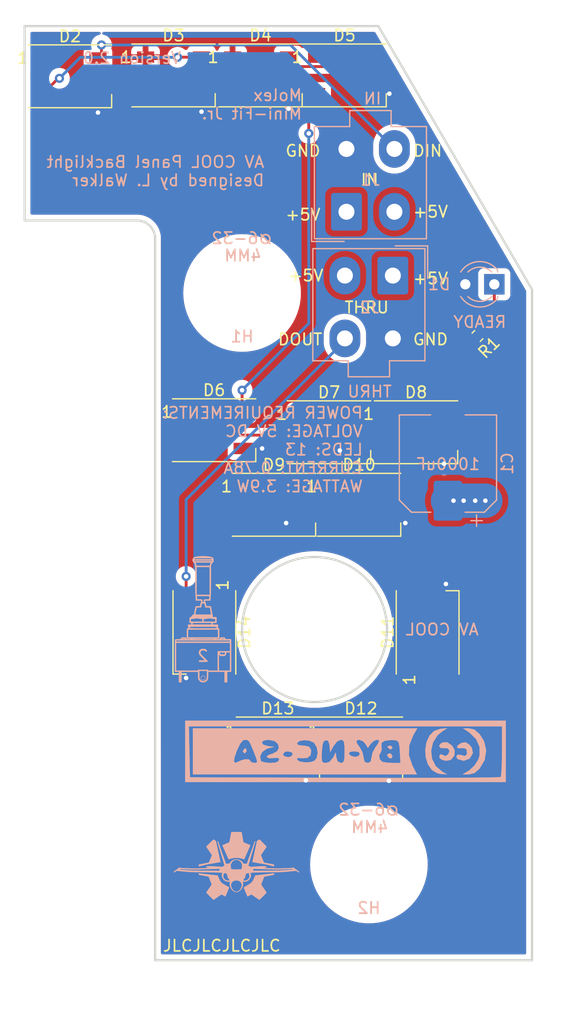
<source format=kicad_pcb>
(kicad_pcb (version 20211014) (generator pcbnew)
  (layers (0 "F.Cu" signal) (31 "B.Cu" signal) (34 "B.Paste" user) (35 "F.Paste" user) (36 "B.SilkS" user "B.Silkscreen") (37 "F.SilkS" user "F.Silkscreen") (38 "B.Mask" user) (39 "F.Mask" user) (44 "Edge.Cuts" user))
  (net 0 "")
  (net 1 "/LEDGND")
  (net 2 "/LED+5V")
  (net 3 "Net-(D1-Pad1)")
  (net 4 "/DATAIN")
  (net 5 "Net-(D10-Pad4)")
  (net 6 "/DATAOUT")
  (net 7 "Net-(D2-Pad2)")
  (net 8 "Net-(D3-Pad2)")
  (net 9 "Net-(D4-Pad2)")
  (net 10 "Net-(D5-Pad2)")
  (net 11 "Net-(D6-Pad2)")
  (net 12 "Net-(D7-Pad2)")
  (net 13 "Net-(D8-Pad2)")
  (net 14 "Net-(D10-Pad2)")
  (net 15 "Net-(D11-Pad2)")
  (net 16 "Net-(D12-Pad2)")
  (net 17 "Net-(D13-Pad2)")
  (footprint "Resistor_SMD:R_0603_1608Metric" (layer "F.Cu") (at 248.460847 61.673153 -135)
    (fp_text reference "R1" (at 0 -1.43 45) (layer "F.SilkS"))
    (fp_text value "R")
    (pad "1" smd roundrect locked (at -0.7875 0 225) (size 0.875 0.95) (layers "F.Cu" "F.Paste" "F.Mask") (net 3 "Net-(D1-Pad1)"))
    (pad "2" smd roundrect locked (at 0.7875 0 225) (size 0.875 0.95) (layers "F.Cu" "F.Paste" "F.Mask") (net 2 "/LED+5V"))
  )
  (footprint "LED_SMD:LED_WS2812B_PLCC4_5.0x5.0mm_P3.2mm" (layer "F.Cu") (at 212.762 38.938)
    (fp_text reference "D2" (at 0 -3.5) (layer "F.SilkS"))
    (fp_text value "WS2812B")
    (fp_text user "1" (at -4.15 -1.6) (layer "F.SilkS"))
    (pad "1" smd rect locked (at -2.45 -1.6) (size 1.5 1) (layers "F.Cu" "F.Paste" "F.Mask") (net 2 "/LED+5V"))
    (pad "2" smd rect locked (at -2.45 1.6) (size 1.5 1) (layers "F.Cu" "F.Paste" "F.Mask") (net 7 "Net-(D2-Pad2)"))
    (pad "3" smd rect locked (at 2.45 1.6) (size 1.5 1) (layers "F.Cu" "F.Paste" "F.Mask") (net 1 "/LEDGND"))
    (pad "4" smd rect locked (at 2.45 -1.6) (size 1.5 1) (layers "F.Cu" "F.Paste" "F.Mask") (net 4 "/DATAIN"))
  )
  (footprint "LED_SMD:LED_WS2812B_PLCC4_5.0x5.0mm_P3.2mm" (layer "F.Cu") (at 221.832 38.862)
    (fp_text reference "D3" (at 0 -3.5) (layer "F.SilkS"))
    (fp_text value "WS2812B")
    (fp_text user "1" (at -4.15 -1.6) (layer "F.SilkS"))
    (pad "1" smd rect locked (at -2.45 -1.6) (size 1.5 1) (layers "F.Cu" "F.Paste" "F.Mask") (net 2 "/LED+5V"))
    (pad "2" smd rect locked (at -2.45 1.6) (size 1.5 1) (layers "F.Cu" "F.Paste" "F.Mask") (net 8 "Net-(D3-Pad2)"))
    (pad "3" smd rect locked (at 2.45 1.6) (size 1.5 1) (layers "F.Cu" "F.Paste" "F.Mask") (net 1 "/LEDGND"))
    (pad "4" smd rect locked (at 2.45 -1.6) (size 1.5 1) (layers "F.Cu" "F.Paste" "F.Mask") (net 7 "Net-(D2-Pad2)"))
  )
  (footprint "LED_SMD:LED_WS2812B_PLCC4_5.0x5.0mm_P3.2mm" (layer "F.Cu") (at 229.452 38.862)
    (fp_text reference "D4" (at 0 -3.5) (layer "F.SilkS"))
    (fp_text value "WS2812B")
    (fp_text user "1" (at -4.15 -1.6) (layer "F.SilkS"))
    (pad "1" smd rect locked (at -2.45 -1.6) (size 1.5 1) (layers "F.Cu" "F.Paste" "F.Mask") (net 2 "/LED+5V"))
    (pad "2" smd rect locked (at -2.45 1.6) (size 1.5 1) (layers "F.Cu" "F.Paste" "F.Mask") (net 9 "Net-(D4-Pad2)"))
    (pad "3" smd rect locked (at 2.45 1.6) (size 1.5 1) (layers "F.Cu" "F.Paste" "F.Mask") (net 1 "/LEDGND"))
    (pad "4" smd rect locked (at 2.45 -1.6) (size 1.5 1) (layers "F.Cu" "F.Paste" "F.Mask") (net 8 "Net-(D3-Pad2)"))
  )
  (footprint "LED_SMD:LED_WS2812B_PLCC4_5.0x5.0mm_P3.2mm" (layer "F.Cu") (at 236.818 38.862)
    (fp_text reference "D5" (at 0 -3.5) (layer "F.SilkS"))
    (fp_text value "WS2812B")
    (fp_text user "1" (at -4.15 -1.6) (layer "F.SilkS"))
    (pad "1" smd rect locked (at -2.45 -1.6) (size 1.5 1) (layers "F.Cu" "F.Paste" "F.Mask") (net 2 "/LED+5V"))
    (pad "2" smd rect locked (at -2.45 1.6) (size 1.5 1) (layers "F.Cu" "F.Paste" "F.Mask") (net 10 "Net-(D5-Pad2)"))
    (pad "3" smd rect locked (at 2.45 1.6) (size 1.5 1) (layers "F.Cu" "F.Paste" "F.Mask") (net 1 "/LEDGND"))
    (pad "4" smd rect locked (at 2.45 -1.6) (size 1.5 1) (layers "F.Cu" "F.Paste" "F.Mask") (net 9 "Net-(D4-Pad2)"))
  )
  (footprint "LED_SMD:LED_WS2812B_PLCC4_5.0x5.0mm_P3.2mm" (layer "F.Cu") (at 225.388 69.926)
    (fp_text reference "D6" (at 0 -3.5) (layer "F.SilkS"))
    (fp_text value "WS2812B")
    (fp_text user "1" (at -4.15 -1.6) (layer "F.SilkS"))
    (pad "1" smd rect locked (at -2.45 -1.6) (size 1.5 1) (layers "F.Cu" "F.Paste" "F.Mask") (net 2 "/LED+5V"))
    (pad "2" smd rect locked (at -2.45 1.6) (size 1.5 1) (layers "F.Cu" "F.Paste" "F.Mask") (net 11 "Net-(D6-Pad2)"))
    (pad "3" smd rect locked (at 2.45 1.6) (size 1.5 1) (layers "F.Cu" "F.Paste" "F.Mask") (net 1 "/LEDGND"))
    (pad "4" smd rect locked (at 2.45 -1.6) (size 1.5 1) (layers "F.Cu" "F.Paste" "F.Mask") (net 10 "Net-(D5-Pad2)"))
  )
  (footprint "LED_SMD:LED_WS2812B_PLCC4_5.0x5.0mm_P3.2mm" (layer "F.Cu") (at 235.458 70.104)
    (fp_text reference "D7" (at 0 -3.5) (layer "F.SilkS"))
    (fp_text value "WS2812B")
    (fp_text user "1" (at -4.15 -1.6) (layer "F.SilkS"))
    (pad "1" smd rect locked (at -2.45 -1.6) (size 1.5 1) (layers "F.Cu" "F.Paste" "F.Mask") (net 2 "/LED+5V"))
    (pad "2" smd rect locked (at -2.45 1.6) (size 1.5 1) (layers "F.Cu" "F.Paste" "F.Mask") (net 12 "Net-(D7-Pad2)"))
    (pad "3" smd rect locked (at 2.45 1.6) (size 1.5 1) (layers "F.Cu" "F.Paste" "F.Mask") (net 1 "/LEDGND"))
    (pad "4" smd rect locked (at 2.45 -1.6) (size 1.5 1) (layers "F.Cu" "F.Paste" "F.Mask") (net 11 "Net-(D6-Pad2)"))
  )
  (footprint "LED_SMD:LED_WS2812B_PLCC4_5.0x5.0mm_P3.2mm" (layer "F.Cu") (at 243.078 70.104)
    (fp_text reference "D8" (at 0 -3.5) (layer "F.SilkS"))
    (fp_text value "WS2812B")
    (fp_text user "1" (at -4.15 -1.6) (layer "F.SilkS"))
    (pad "1" smd rect locked (at -2.45 -1.6) (size 1.5 1) (layers "F.Cu" "F.Paste" "F.Mask") (net 2 "/LED+5V"))
    (pad "2" smd rect locked (at -2.45 1.6) (size 1.5 1) (layers "F.Cu" "F.Paste" "F.Mask") (net 13 "Net-(D8-Pad2)"))
    (pad "3" smd rect locked (at 2.45 1.6) (size 1.5 1) (layers "F.Cu" "F.Paste" "F.Mask") (net 1 "/LEDGND"))
    (pad "4" smd rect locked (at 2.45 -1.6) (size 1.5 1) (layers "F.Cu" "F.Paste" "F.Mask") (net 12 "Net-(D7-Pad2)"))
  )
  (footprint "LED_SMD:LED_WS2812B_PLCC4_5.0x5.0mm_P3.2mm" (layer "F.Cu") (at 230.632 76.454)
    (fp_text reference "D9" (at 0 -3.5) (layer "F.SilkS"))
    (fp_text value "WS2812B")
    (fp_text user "1" (at -4.15 -1.6) (layer "F.SilkS"))
    (pad "1" smd rect locked (at -2.45 -1.6) (size 1.5 1) (layers "F.Cu" "F.Paste" "F.Mask") (net 2 "/LED+5V"))
    (pad "2" smd rect locked (at -2.45 1.6) (size 1.5 1) (layers "F.Cu" "F.Paste" "F.Mask") (net 5 "Net-(D10-Pad4)"))
    (pad "3" smd rect locked (at 2.45 1.6) (size 1.5 1) (layers "F.Cu" "F.Paste" "F.Mask") (net 1 "/LEDGND"))
    (pad "4" smd rect locked (at 2.45 -1.6) (size 1.5 1) (layers "F.Cu" "F.Paste" "F.Mask") (net 13 "Net-(D8-Pad2)"))
  )
  (footprint "LED_SMD:LED_WS2812B_PLCC4_5.0x5.0mm_P3.2mm" (layer "F.Cu") (at 238.088 76.454)
    (fp_text reference "D10" (at 0 -3.5) (layer "F.SilkS"))
    (fp_text value "WS2812B")
    (fp_text user "1" (at -4.15 -1.6) (layer "F.SilkS"))
    (pad "1" smd rect locked (at -2.45 -1.6) (size 1.5 1) (layers "F.Cu" "F.Paste" "F.Mask") (net 2 "/LED+5V"))
    (pad "2" smd rect locked (at -2.45 1.6) (size 1.5 1) (layers "F.Cu" "F.Paste" "F.Mask") (net 14 "Net-(D10-Pad2)"))
    (pad "3" smd rect locked (at 2.45 1.6) (size 1.5 1) (layers "F.Cu" "F.Paste" "F.Mask") (net 1 "/LEDGND"))
    (pad "4" smd rect locked (at 2.45 -1.6) (size 1.5 1) (layers "F.Cu" "F.Paste" "F.Mask") (net 5 "Net-(D10-Pad4)"))
  )
  (footprint "LED_SMD:LED_WS2812B_PLCC4_5.0x5.0mm_P3.2mm" (layer "F.Cu") (at 244.094 87.63 90)
    (fp_text reference "D11" (at 0 -3.5 90) (layer "F.SilkS"))
    (fp_text value "WS2812B")
    (fp_text user "1" (at -4.15 -1.6 90) (layer "F.SilkS"))
    (pad "1" smd rect locked (at -2.45 -1.6 90) (size 1.5 1) (layers "F.Cu" "F.Paste" "F.Mask") (net 2 "/LED+5V"))
    (pad "2" smd rect locked (at -2.45 1.6 90) (size 1.5 1) (layers "F.Cu" "F.Paste" "F.Mask") (net 15 "Net-(D11-Pad2)"))
    (pad "3" smd rect locked (at 2.45 1.6 90) (size 1.5 1) (layers "F.Cu" "F.Paste" "F.Mask") (net 1 "/LEDGND"))
    (pad "4" smd rect locked (at 2.45 -1.6 90) (size 1.5 1) (layers "F.Cu" "F.Paste" "F.Mask") (net 14 "Net-(D10-Pad2)"))
  )
  (footprint "LED_SMD:LED_WS2812B_PLCC4_5.0x5.0mm_P3.2mm" (layer "F.Cu") (at 238.252 97.79)
    (fp_text reference "D12" (at 0 -3.5) (layer "F.SilkS"))
    (fp_text value "WS2812B")
    (fp_text user "1" (at -4.15 -1.6) (layer "F.SilkS"))
    (pad "1" smd rect locked (at -2.45 -1.6) (size 1.5 1) (layers "F.Cu" "F.Paste" "F.Mask") (net 2 "/LED+5V"))
    (pad "2" smd rect locked (at -2.45 1.6) (size 1.5 1) (layers "F.Cu" "F.Paste" "F.Mask") (net 16 "Net-(D12-Pad2)"))
    (pad "3" smd rect locked (at 2.45 1.6) (size 1.5 1) (layers "F.Cu" "F.Paste" "F.Mask") (net 1 "/LEDGND"))
    (pad "4" smd rect locked (at 2.45 -1.6) (size 1.5 1) (layers "F.Cu" "F.Paste" "F.Mask") (net 15 "Net-(D11-Pad2)"))
  )
  (footprint "LED_SMD:LED_WS2812B_PLCC4_5.0x5.0mm_P3.2mm" (layer "F.Cu") (at 230.976 97.79)
    (fp_text reference "D13" (at 0 -3.5) (layer "F.SilkS"))
    (fp_text value "WS2812B")
    (fp_text user "1" (at -4.15 -1.6) (layer "F.SilkS"))
    (pad "1" smd rect locked (at -2.45 -1.6) (size 1.5 1) (layers "F.Cu" "F.Paste" "F.Mask") (net 2 "/LED+5V"))
    (pad "2" smd rect locked (at -2.45 1.6) (size 1.5 1) (layers "F.Cu" "F.Paste" "F.Mask") (net 17 "Net-(D13-Pad2)"))
    (pad "3" smd rect locked (at 2.45 1.6) (size 1.5 1) (layers "F.Cu" "F.Paste" "F.Mask") (net 1 "/LEDGND"))
    (pad "4" smd rect locked (at 2.45 -1.6) (size 1.5 1) (layers "F.Cu" "F.Paste" "F.Mask") (net 16 "Net-(D12-Pad2)"))
  )
  (footprint "LED_SMD:LED_WS2812B_PLCC4_5.0x5.0mm_P3.2mm" (layer "F.Cu") (at 224.536 87.63 -90)
    (fp_text reference "D14" (at 0 -3.5 90) (layer "F.SilkS"))
    (fp_text value "WS2812B")
    (fp_text user "1" (at -4.15 -1.6 90) (layer "F.SilkS"))
    (pad "1" smd rect locked (at -2.45 -1.6 270) (size 1.5 1) (layers "F.Cu" "F.Paste" "F.Mask") (net 2 "/LED+5V"))
    (pad "2" smd rect locked (at -2.45 1.6 270) (size 1.5 1) (layers "F.Cu" "F.Paste" "F.Mask") (net 6 "/DATAOUT"))
    (pad "3" smd rect locked (at 2.45 1.6 270) (size 1.5 1) (layers "F.Cu" "F.Paste" "F.Mask") (net 1 "/LEDGND"))
    (pad "4" smd rect locked (at 2.45 -1.6 270) (size 1.5 1) (layers "F.Cu" "F.Paste" "F.Mask") (net 17 "Net-(D13-Pad2)"))
  )
  (footprint "OH_Backlighting:OH_Panel_6-32_PHS" (layer "F.Cu") (at 227.838 57.912)
    (fp_text reference "REF**" hide)
    (fp_text value "OH_Panel_Fastner_Keepout" hide)
    (fp_text user "⌀6-32" (at 0 -4.8) (layer "B.SilkS") (effects (justify mirror)))
    (fp_text user "4MM" (at 0.075 -3.275 180) (layer "B.SilkS") (effects (justify mirror)))
    (fp_text user "H1" (at 0 3.81) (layer "B.SilkS") (effects (justify mirror)))
    (pad "" np_thru_hole circle locked (at 0 0) (size 4.3 4.3) (drill 4.3) (layers *.Cu *.Mask) (clearance 3))
  )
  (footprint "OH_Backlighting:OH_Panel_6-32_PHS" (layer "F.Cu") (at 238.950519 107.95001)
    (fp_text reference "REF**" hide)
    (fp_text value "OH_Panel_Fastner_Keepout" hide)
    (fp_text user "H2" (at 0 3.81) (layer "B.SilkS") (effects (justify mirror)))
    (fp_text user "4MM" (at 0.075 -3.275 180) (layer "B.SilkS") (effects (justify mirror)))
    (fp_text user "⌀6-32" (at 0 -4.8) (layer "B.SilkS") (effects (justify mirror)))
    (pad "" np_thru_hole circle locked (at 0 0) (size 4.3 4.3) (drill 4.3) (layers *.Cu *.Mask) (clearance 3))
  )
  (footprint "OH_Backlighting:S2AL_Toggle_Silkscreen" (layer "F.Cu") (at 224.282 86.614)
    (fp_text reference "G***" hide)
    (fp_text value "S2AL Toggle" hide)
    (fp_text user "2" (at 0.125 3.075) (layer "B.SilkS") (effects (justify mirror)))
  )
  (footprint "Capacitor_SMD:CP_Elec_8x10" (layer "B.Cu") (at 245.872 72.846 90)
    (fp_text reference "C1" (at 0 5.2 90) (layer "B.SilkS") (effects (justify mirror)))
    (fp_text value "C_Polarized")
    (pad "1" smd roundrect locked (at -3.25 0 90) (size 3.5 2.5) (layers "B.Cu" "B.Paste" "B.Mask") (roundrect_rratio 0.1) (net 2 "/LED+5V"))
    (pad "2" smd roundrect locked (at 3.25 0 90) (size 3.5 2.5) (layers "B.Cu" "B.Paste" "B.Mask") (roundrect_rratio 0.1) (net 1 "/LEDGND"))
  )
  (footprint "LED_THT:LED_D3.0mm" (layer "B.Cu") (at 249.936 57.15 180)
    (fp_text reference "D1" (at 4.826 0) (layer "B.SilkS") (effects (justify mirror)))
    (fp_text value "LED")
    (pad "1" thru_hole rect locked (at 0 0 180) (size 1.8 1.8) (drill 0.9) (layers *.Cu *.Mask) (net 3 "Net-(D1-Pad1)"))
    (pad "2" thru_hole circle locked (at 2.54 0 180) (size 1.8 1.8) (drill 0.9) (layers *.Cu *.Mask) (net 1 "/LEDGND"))
  )
  (footprint "Connector_Molex:Molex_Mini-Fit_Jr_5566-04A_2x02_P4.20mm_Vertical" (layer "B.Cu") (at 236.982 50.8)
    (fp_text reference "J1" (at 2.1 -2.794) (layer "B.SilkS") (effects (justify mirror)))
    (fp_text value "Conn_01x04_Female")
    (pad "1" thru_hole roundrect locked (at 0 0) (size 2.7 3.3) (drill 1.4) (layers *.Cu *.Mask) (roundrect_rratio 0.09259296296) (net 2 "/LED+5V"))
    (pad "2" thru_hole oval locked (at 4.2 0) (size 2.7 3.3) (drill 1.4) (layers *.Cu *.Mask) (net 2 "/LED+5V"))
    (pad "3" thru_hole oval locked (at 0 -5.5) (size 2.7 3.3) (drill 1.4) (layers *.Cu *.Mask) (net 1 "/LEDGND"))
    (pad "4" thru_hole oval locked (at 4.2 -5.5) (size 2.7 3.3) (drill 1.4) (layers *.Cu *.Mask) (net 4 "/DATAIN"))
  )
  (footprint "Connector_Molex:Molex_Mini-Fit_Jr_5566-04A_2x02_P4.20mm_Vertical" (layer "B.Cu") (at 241.046 56.388 180)
    (fp_text reference "J2" (at 2.032 -2.794) (layer "B.SilkS") (effects (justify mirror)))
    (fp_text value "Conn_01x04_Female")
    (pad "1" thru_hole roundrect locked (at 0 0 180) (size 2.7 3.3) (drill 1.4) (layers *.Cu *.Mask) (roundrect_rratio 0.09259296296) (net 2 "/LED+5V"))
    (pad "2" thru_hole oval locked (at 4.2 0 180) (size 2.7 3.3) (drill 1.4) (layers *.Cu *.Mask) (net 2 "/LED+5V"))
    (pad "3" thru_hole oval locked (at 0 -5.5 180) (size 2.7 3.3) (drill 1.4) (layers *.Cu *.Mask) (net 1 "/LEDGND"))
    (pad "4" thru_hole oval locked (at 4.2 -5.5 180) (size 2.7 3.3) (drill 1.4) (layers *.Cu *.Mask) (net 6 "/DATAOUT"))
  )
  (footprint "OH_General:CC-BY-NC-SA-Small" (layer "B.Cu") (at 236.982 98.044 180)
    (fp_text reference "G***" hide)
    (fp_text value "LOGO" hide)
  )
  (footprint "OH_General:OH_LOGO_ONLY_11x6mm" (layer "B.Cu") (at 227.33 108.204 180)
    (fp_text reference "G***" hide)
    (fp_text value "OH_LOGO_ONLY_11x6mm" hide)
  )
  (gr_line (start 253.237954 57.594524) (end 239.776 34.544) (layer "Edge.Cuts") (width 0.2))
  (gr_line (start 253.237954 116.332041) (end 253.237954 57.594524) (layer "Edge.Cuts") (width 0.2))
  (gr_line (start 220.218019 53.14951) (end 220.217935 116.332041) (layer "Edge.Cuts") (width 0.2))
  (gr_line (start 239.776 34.544) (end 208.788 34.544) (layer "Edge.Cuts") (width 0.2))
  (gr_line (start 220.217889 116.332041) (end 253.237954 116.332041) (layer "Edge.Cuts") (width 0.2))
  (gr_arc (start 218.630519 51.56201) (mid 219.753051 52.026978) (end 220.218019 53.14951) (layer "Edge.Cuts") (width 0.2))
  (gr_line (start 208.78791 51.562057) (end 218.630544 51.562057) (layer "Edge.Cuts") (width 0.2))
  (gr_circle (center 234.188019 87.37601) (end 240.538019 87.37601) (layer "Edge.Cuts") (width 0.2) (fill none))
  (gr_line (start 208.788 34.544) (end 208.78791 51.562057) (layer "Edge.Cuts") (width 0.2))
  (gr_text "Version 2.0" (at 218.186 37.338) (layer "B.SilkS") (effects (font (size 1 1)) (justify mirror)))
  (gr_text "1000uF" (at 245.872 72.898) (layer "B.SilkS") (effects (font (size 1 1)) (justify mirror)))
  (gr_text "POWER REQUIREMENTS:\nVOLTAGE: 5V DC\nLEDS: 13\nCURRENT: 0.78A\nWATTAGE: 3.9W" (at 238.506 71.628) (layer "B.SilkS") (effects (font (size 1 1)) (justify left mirror)))
  (gr_text "IN" (at 239.268 40.894) (layer "B.SilkS") (effects (font (size 1 1)) (justify mirror)))
  (gr_text "THRU" (at 239.014 66.548) (layer "B.SilkS") (effects (font (size 1 1)) (justify mirror)))
  (gr_text "AV COOL" (at 245.364 87.376) (layer "B.SilkS") (effects (font (size 1 1)) (justify mirror)))
  (gr_text "AV COOL Panel Backlight\nDesigned by L. Walker" (at 229.87 47.244) (layer "B.SilkS") (effects (font (size 1 1)) (justify left mirror)))
  (gr_text "Molex\nMini-Fit Jr." (at 233.172 41.402) (layer "B.SilkS") (effects (font (size 1 1)) (justify left mirror)))
  (gr_text "READY\n" (at 248.666 60.452) (layer "B.SilkS") (effects (font (size 1 1)) (justify mirror)))
  (gr_text "DOUT" (at 232.918 61.976) (layer "F.SilkS") (effects (font (size 1 1))))
  (gr_text "+5V" (at 233.172 51.054) (layer "F.SilkS") (effects (font (size 1 1))))
  (gr_text "GND" (at 233.172 45.466) (layer "F.SilkS") (effects (font (size 1 1))))
  (gr_text "THRU" (at 238.76 59.182) (layer "F.SilkS") (effects (font (size 1 1))))
  (gr_text "IN" (at 239.014 48.006) (layer "F.SilkS") (effects (font (size 1 1))))
  (gr_text "DIN" (at 244.094 45.466) (layer "F.SilkS") (effects (font (size 1 1))))
  (gr_text "+5V" (at 244.348 56.642) (layer "F.SilkS") (effects (font (size 1 1))))
  (gr_text "+5V" (at 233.426 56.388) (layer "F.SilkS") (effects (font (size 1 1))))
  (gr_text "GND" (at 244.348 61.976) (layer "F.SilkS") (effects (font (size 1 1))))
  (gr_text "+5V" (at 244.348 50.8) (layer "F.SilkS") (effects (font (size 1 1))))
  (gr_text "JLCJLCJLCJLC" (at 226.06 115.062) (layer "F.SilkS") (effects (font (size 1 1))))
  (segment (start 224.282 40.462) (end 224.282 42.037) (width 1) (layer "F.Cu") (net 1))
  (segment (start 231.902 40.462) (end 231.902 41.783) (width 1) (layer "F.Cu") (net 1))
  (segment (start 227.838 71.526) (end 229.591 71.526) (width 1) (layer "F.Cu") (net 1))
  (segment (start 233.426 99.39) (end 233.426 100.584) (width 1) (layer "F.Cu") (net 1))
  (segment (start 239.268 40.462) (end 240.741 40.462) (width 1) (layer "F.Cu") (net 1))
  (segment (start 245.694 85.18) (end 245.694 83.388) (width 1) (layer "F.Cu") (net 1))
  (segment (start 237.908 71.704) (end 236.398 71.704) (width 1) (layer "F.Cu") (net 1))
  (segment (start 233.082 78.054) (end 231.699 78.054) (width 1) (layer "F.Cu") (net 1))
  (segment (start 245.528 71.704) (end 245.528 72.861) (width 1) (layer "F.Cu") (net 1))
  (segment (start 240.702 99.39) (end 240.702 100.621) (width 1) (layer "F.Cu") (net 1))
  (segment (start 215.212 40.538) (end 215.212 42.111) (width 1) (layer "F.Cu") (net 1))
  (segment (start 240.538 78.054) (end 242.138 78.054) (width 1) (layer "F.Cu") (net 1))
  (segment (start 222.936 90.08) (end 222.936 91.618) (width 1) (layer "F.Cu") (net 1))
  (via (at 224.282 42.037) (size 1) (drill 0.4) (layers "F.Cu" "B.Cu") (net 1))
  (via (at 240.702 100.621) (size 1) (drill 0.4) (layers "F.Cu" "B.Cu") (net 1))
  (via (at 236.398 71.704) (size 1) (drill 0.4) (layers "F.Cu" "B.Cu") (net 1))
  (via (at 215.212 42.111) (size 1) (drill 0.4) (layers "F.Cu" "B.Cu") (net 1))
  (via (at 231.902 41.783) (size 1) (drill 0.4) (layers "F.Cu" "B.Cu") (net 1))
  (via (at 242.138 78.054) (size 1) (drill 0.4) (layers "F.Cu" "B.Cu") (net 1))
  (via (at 231.699 78.054) (size 1) (drill 0.4) (layers "F.Cu" "B.Cu") (net 1))
  (via (at 240.741 40.462) (size 1) (drill 0.4) (layers "F.Cu" "B.Cu") (net 1))
  (via (at 222.936 91.618) (size 1) (drill 0.4) (layers "F.Cu" "B.Cu") (net 1))
  (via (at 245.694 83.388) (size 1) (drill 0.4) (layers "F.Cu" "B.Cu") (net 1))
  (via (at 233.426 100.584) (size 1) (drill 0.4) (layers "F.Cu" "B.Cu") (net 1))
  (via (at 229.591 71.526) (size 1) (drill 0.4) (layers "F.Cu" "B.Cu") (net 1))
  (via (at 245.528 72.861) (size 1) (drill 0.4) (layers "F.Cu" "B.Cu") (net 1))
  (via (at 248.262 76.096) (size 1) (drill 0.4) (layers "F.Cu" "B.Cu") (net 2))
  (via (at 249.151 76.096) (size 1) (drill 0.4) (layers "F.Cu" "B.Cu") (net 2))
  (via (at 247.246 76.096) (size 1) (drill 0.4) (layers "F.Cu" "B.Cu") (net 2))
  (via (at 246.357 76.096) (size 1) (drill 0.4) (layers "F.Cu" "B.Cu") (net 2))
  (segment (start 249.151 76.096) (end 249.151 76.096) (width 3) (layer "B.Cu") (net 2))
  (segment (start 248.262 76.096) (end 249.151 76.096) (width 3) (layer "B.Cu") (net 2))
  (segment (start 247.246 76.096) (end 248.262 76.096) (width 3) (layer "B.Cu") (net 2))
  (segment (start 246.357 76.096) (end 247.246 76.096) (width 3) (layer "B.Cu") (net 2))
  (segment (start 245.872 76.096) (end 246.357 76.096) (width 3) (layer "B.Cu") (net 2))
  (segment (start 249.936 57.15) (end 249.936 60.198) (width 0.25) (layer "F.Cu") (net 3))
  (segment (start 249.936 60.198) (end 249.017694 61.116306) (width 0.25) (layer "F.Cu") (net 3))
  (segment (start 215.519 36.195) (end 215.519 37.031) (width 0.25) (layer "F.Cu") (net 4))
  (segment (start 215.519 37.031) (end 215.212 37.338) (width 0.25) (layer "F.Cu") (net 4))
  (via (at 215.519 36.195) (size 0.8) (drill 0.4) (layers "F.Cu" "B.Cu") (net 4))
  (segment (start 232.077 36.195) (end 215.519 36.195) (width 0.25) (layer "B.Cu") (net 4))
  (segment (start 241.182 45.3) (end 232.077 36.195) (width 0.25) (layer "B.Cu") (net 4))
  (segment (start 239.712999 75.679001) (end 240.538 74.854) (width 0.25) (layer "F.Cu") (net 5))
  (segment (start 228.182 78.054) (end 228.182 77.304) (width 0.25) (layer "F.Cu") (net 5))
  (segment (start 229.806999 75.679001) (end 239.712999 75.679001) (width 0.25) (layer "F.Cu") (net 5))
  (segment (start 228.182 77.304) (end 229.806999 75.679001) (width 0.25) (layer "F.Cu") (net 5))
  (segment (start 222.936 85.18) (end 222.936 82.728) (width 0.25) (layer "F.Cu") (net 6))
  (via (at 222.936 82.728) (size 0.8) (drill 0.4) (layers "F.Cu" "B.Cu") (net 6))
  (segment (start 236.846 61.888) (end 236.846 62.087) (width 0.25) (layer "B.Cu") (net 6))
  (segment (start 236.846 62.087) (end 222.936 75.997) (width 0.25) (layer "B.Cu") (net 6))
  (segment (start 222.936 75.997) (end 222.936 82.728) (width 0.25) (layer "B.Cu") (net 6))
  (segment (start 211.836 39.116) (end 211.734 39.116) (width 0.25) (layer "F.Cu") (net 7))
  (segment (start 211.734 39.116) (end 210.312 40.538) (width 0.25) (layer "F.Cu") (net 7))
  (segment (start 224.282 37.262) (end 222.199 37.262) (width 0.25) (layer "F.Cu") (net 7))
  (segment (start 222.199 37.262) (end 222.1865 37.2745) (width 0.25) (layer "F.Cu") (net 7))
  (via (at 222.1865 37.2745) (size 0.8) (drill 0.4) (layers "F.Cu" "B.Cu") (net 7))
  (via (at 211.836 39.116) (size 0.8) (drill 0.4) (layers "F.Cu" "B.Cu") (net 7))
  (segment (start 222.1865 37.2745) (end 213.6775 37.2745) (width 0.25) (layer "B.Cu") (net 7))
  (segment (start 213.6775 37.2745) (end 211.836 39.116) (width 0.25) (layer "B.Cu") (net 7))
  (segment (start 219.382 40.462) (end 220.474 39.37) (width 0.25) (layer "F.Cu") (net 8))
  (segment (start 220.474 39.37) (end 229.794 39.37) (width 0.25) (layer "F.Cu") (net 8))
  (segment (start 229.794 39.37) (end 231.902 37.262) (width 0.25) (layer "F.Cu") (net 8))
  (segment (start 231.713409 38.087001) (end 238.442999 38.087001) (width 0.25) (layer "F.Cu") (net 9))
  (segment (start 229.33841 40.462) (end 231.713409 38.087001) (width 0.25) (layer "F.Cu") (net 9))
  (segment (start 227.002 40.462) (end 229.33841 40.462) (width 0.25) (layer "F.Cu") (net 9))
  (segment (start 238.442999 38.087001) (end 239.268 37.262) (width 0.25) (layer "F.Cu") (net 9))
  (segment (start 227.838 68.326) (end 227.838 67.818) (width 0.25) (layer "F.Cu") (net 10))
  (segment (start 233.68 41.15) (end 234.368 40.462) (width 0.25) (layer "F.Cu") (net 10))
  (segment (start 227.838 68.326) (end 227.838 66.421) (width 0.25) (layer "F.Cu") (net 10))
  (segment (start 233.68 43.942) (end 233.68 41.15) (width 0.25) (layer "F.Cu") (net 10))
  (via (at 233.68 43.942) (size 0.8) (drill 0.4) (layers "F.Cu" "B.Cu") (net 10))
  (via (at 227.838 66.421) (size 0.8) (drill 0.4) (layers "F.Cu" "B.Cu") (net 10))
  (segment (start 233.68 43.942) (end 233.68 43.942) (width 0.25) (layer "B.Cu") (net 10))
  (segment (start 233.68 60.579) (end 233.68 43.942) (width 0.25) (layer "B.Cu") (net 10))
  (segment (start 227.838 66.421) (end 233.68 60.579) (width 0.25) (layer "B.Cu") (net 10))
  (segment (start 236.054 70.358) (end 237.908 68.504) (width 0.25) (layer "F.Cu") (net 11))
  (segment (start 225.806 70.358) (end 236.054 70.358) (width 0.25) (layer "F.Cu") (net 11))
  (segment (start 222.938 71.526) (end 224.638 71.526) (width 0.25) (layer "F.Cu") (net 11))
  (segment (start 224.638 71.526) (end 225.806 70.358) (width 0.25) (layer "F.Cu") (net 11))
  (segment (start 233.90399 70.80801) (end 243.22399 70.80801) (width 0.25) (layer "F.Cu") (net 12))
  (segment (start 243.22399 70.80801) (end 245.528 68.504) (width 0.25) (layer "F.Cu") (net 12))
  (segment (start 233.008 71.704) (end 233.90399 70.80801) (width 0.25) (layer "F.Cu") (net 12))
  (segment (start 239.80299 72.52901) (end 235.40699 72.52901) (width 0.25) (layer "F.Cu") (net 13))
  (segment (start 240.628 71.704) (end 239.80299 72.52901) (width 0.25) (layer "F.Cu") (net 13))
  (segment (start 235.40699 72.52901) (end 233.082 74.854) (width 0.25) (layer "F.Cu") (net 13))
  (segment (start 236.46301 77.22899) (end 242.47973 77.22899) (width 0.25) (layer "F.Cu") (net 14))
  (segment (start 235.638 78.054) (end 236.46301 77.22899) (width 0.25) (layer "F.Cu") (net 14))
  (segment (start 242.96301 77.71227) (end 242.96301 84.71099) (width 0.25) (layer "F.Cu") (net 14))
  (segment (start 242.47973 77.22899) (end 242.96301 77.71227) (width 0.25) (layer "F.Cu") (net 14))
  (segment (start 242.96301 84.71099) (end 242.494 85.18) (width 0.25) (layer "F.Cu") (net 14))
  (segment (start 245.694 91.198) (end 240.702 96.19) (width 0.25) (layer "F.Cu") (net 15))
  (segment (start 245.694 90.08) (end 245.694 91.198) (width 0.25) (layer "F.Cu") (net 15))
  (segment (start 235.802 99.39) (end 235.802 98.566) (width 0.25) (layer "F.Cu") (net 16))
  (segment (start 235.802 98.566) (end 233.426 96.19) (width 0.25) (layer "F.Cu") (net 16))
  (segment (start 228.526 99.39) (end 227.001 97.865) (width 0.25) (layer "F.Cu") (net 17))
  (segment (start 226.136 97) (end 227.001 97.865) (width 0.25) (layer "F.Cu") (net 17))
  (segment (start 226.136 90.08) (end 226.136 97) (width 0.25) (layer "F.Cu") (net 17))
  (zone (net 2) (net_name "/LED+5V") (layer "F.Cu") (connect_pads (clearance 0.508)) (min_thickness 0.254) (fill yes (thermal_gap 0.508) (thermal_bridge_width 0.508))
    (polygon (pts (xy 255.143 121.92) (xy 206.629 121.412) (xy 206.756 33.274) (xy 255.778 32.258)))
  )
  (zone (net 2) (net_name "/LED+5V") (layer "F.Cu") (connect_pads yes (clearance 0.508)) (min_thickness 0.254) (fill yes (thermal_gap 0.508) (thermal_bridge_width 0.508))
    (polygon (pts (xy 244.094 59.182) (xy 234.696 59.182) (xy 234.696 48.26) (xy 244.094 48.26)))
  )
  (zone (net 1) (net_name "/LEDGND") (layer "B.Cu") (connect_pads yes (clearance 0.508)) (min_thickness 0.254) (fill yes (thermal_gap 0.508) (thermal_bridge_width 0.508))
    (polygon (pts (xy 254.508 120.65) (xy 208.026 120.142) (xy 207.772 33.782) (xy 254.508 33.02)))
  )
)
</source>
